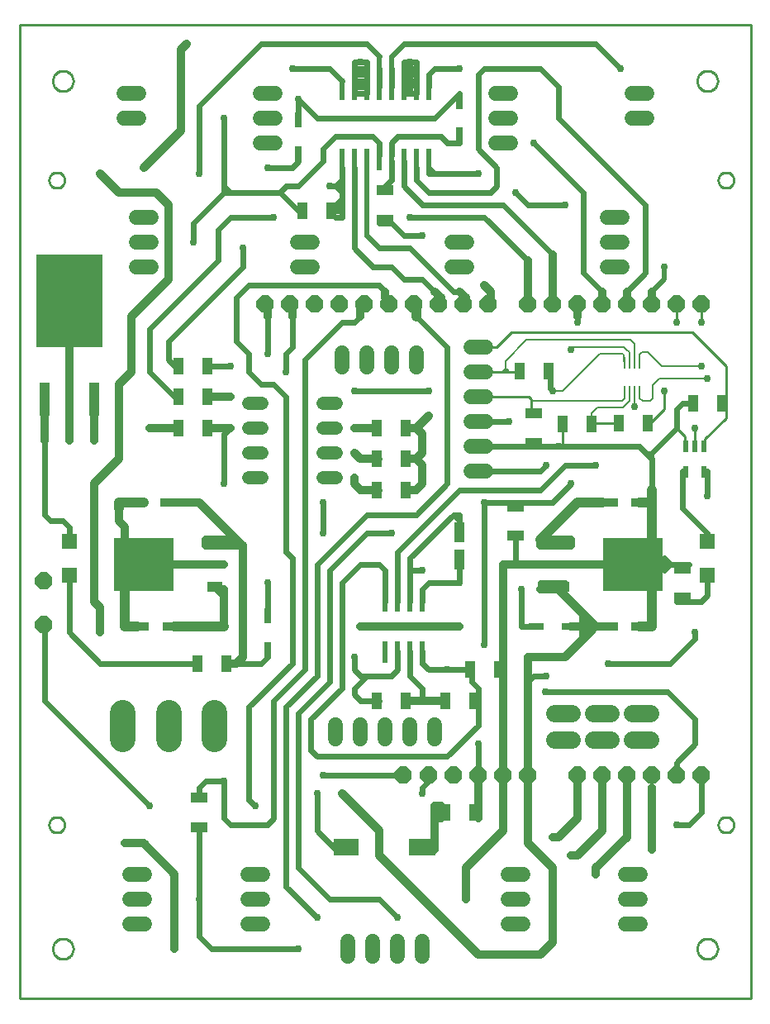
<source format=gbr>
G04 EAGLE Gerber RS-274X export*
G75*
%MOMM*%
%FSLAX34Y34*%
%LPD*%
%INTop Copper*%
%IPPOS*%
%AMOC8*
5,1,8,0,0,1.08239X$1,22.5*%
G01*
%ADD10P,1.924489X8X22.500000*%
%ADD11R,6.200000X5.400000*%
%ADD12R,1.600000X1.000000*%
%ADD13R,1.120000X1.800000*%
%ADD14R,1.800000X1.120000*%
%ADD15C,1.320800*%
%ADD16R,1.500000X1.500000*%
%ADD17R,1.000000X3.400000*%
%ADD18R,6.800000X9.600000*%
%ADD19R,1.600000X0.800000*%
%ADD20R,0.800000X1.600000*%
%ADD21R,0.600000X2.200000*%
%ADD22R,1.000000X2.000000*%
%ADD23R,0.550000X1.200000*%
%ADD24C,1.508000*%
%ADD25C,2.650000*%
%ADD26C,1.800000*%
%ADD27R,0.279400X1.270000*%
%ADD28R,2.500000X1.600000*%
%ADD29R,2.540000X1.651000*%
%ADD30R,0.100000X1.700000*%
%ADD31R,2.700000X0.100000*%
%ADD32R,2.600000X0.100000*%
%ADD33R,0.100000X1.800000*%
%ADD34R,2.800000X1.800000*%
%ADD35R,2.300000X0.900000*%
%ADD36C,0.756400*%
%ADD37C,0.609600*%
%ADD38C,0.812800*%
%ADD39C,0.508000*%
%ADD40C,0.254000*%
%ADD41C,1.016000*%
%ADD42C,0.203200*%
%ADD43C,0.406400*%
%ADD44C,0.200000*%
%ADD45C,0.254000*%


D10*
X520700Y711200D03*
X546100Y711200D03*
X571500Y711200D03*
X596900Y711200D03*
X622300Y711200D03*
X647700Y711200D03*
X480000Y711200D03*
X454600Y711200D03*
X429200Y711200D03*
X403800Y711200D03*
X378400Y711200D03*
X353000Y711200D03*
X327600Y711200D03*
X302200Y711200D03*
X276800Y711200D03*
X251400Y711200D03*
X673100Y711200D03*
X698500Y711200D03*
D11*
X127400Y444500D03*
D12*
X200400Y421700D03*
X200400Y467300D03*
D11*
X628250Y444500D03*
D12*
X555250Y467300D03*
X555250Y421700D03*
D13*
X395900Y584200D03*
X366100Y584200D03*
X395900Y552450D03*
X366100Y552450D03*
X395900Y520700D03*
X366100Y520700D03*
X192700Y647700D03*
X162900Y647700D03*
X192700Y615950D03*
X162900Y615950D03*
X192700Y584200D03*
X162900Y584200D03*
X586400Y588010D03*
X556600Y588010D03*
X613750Y589280D03*
X643550Y589280D03*
D14*
X679450Y410550D03*
X679450Y440350D03*
D13*
X435950Y190500D03*
X465750Y190500D03*
D15*
X247904Y609600D02*
X234696Y609600D01*
X234696Y584200D02*
X247904Y584200D01*
X310896Y584200D02*
X324104Y584200D01*
X324104Y609600D02*
X310896Y609600D01*
X247904Y558800D02*
X234696Y558800D01*
X234696Y533400D02*
X247904Y533400D01*
X310896Y558800D02*
X324104Y558800D01*
X324104Y533400D02*
X310896Y533400D01*
D13*
X211750Y342900D03*
X181950Y342900D03*
D14*
X184150Y205400D03*
X184150Y175600D03*
D16*
X50800Y468350D03*
X50800Y433350D03*
X704850Y433350D03*
X704850Y468350D03*
D17*
X25400Y613450D03*
X76200Y613450D03*
D18*
X50800Y714450D03*
D10*
X673100Y228600D03*
X698500Y228600D03*
D19*
X529100Y381000D03*
X563100Y381000D03*
D20*
X254000Y391650D03*
X254000Y357650D03*
D21*
X330200Y859350D03*
X342900Y859350D03*
X355600Y859350D03*
X368300Y859350D03*
X381000Y859350D03*
X393700Y859350D03*
X406400Y859350D03*
X419100Y859350D03*
X419100Y931350D03*
X406400Y931350D03*
X393700Y931350D03*
X381000Y931350D03*
X368300Y931350D03*
X355600Y931350D03*
X342900Y931350D03*
X330200Y931350D03*
D20*
X285750Y865650D03*
X285750Y899650D03*
X450850Y884700D03*
X450850Y918700D03*
D10*
X571500Y228600D03*
X596900Y228600D03*
X622300Y228600D03*
X647700Y228600D03*
X520700Y228600D03*
X495300Y228600D03*
X469900Y228600D03*
X444500Y228600D03*
X419100Y228600D03*
D14*
X374650Y827700D03*
X374650Y797900D03*
D13*
X319700Y806450D03*
X289900Y806450D03*
X465750Y304800D03*
X435950Y304800D03*
X395900Y304800D03*
X366100Y304800D03*
D22*
X450850Y449300D03*
X450850Y477800D03*
D23*
X701650Y565450D03*
X692150Y565450D03*
X682650Y565450D03*
X682650Y539450D03*
X701650Y539450D03*
D24*
X502840Y901700D02*
X487760Y901700D01*
X487760Y927100D02*
X502840Y927100D01*
X502840Y876300D02*
X487760Y876300D01*
X261540Y901700D02*
X246460Y901700D01*
X246460Y927100D02*
X261540Y927100D01*
X261540Y876300D02*
X246460Y876300D01*
X134540Y774700D02*
X119460Y774700D01*
X119460Y800100D02*
X134540Y800100D01*
X134540Y749300D02*
X119460Y749300D01*
X602060Y774700D02*
X617140Y774700D01*
X617140Y800100D02*
X602060Y800100D01*
X602060Y749300D02*
X617140Y749300D01*
X128190Y101600D02*
X113110Y101600D01*
X113110Y127000D02*
X128190Y127000D01*
X128190Y76200D02*
X113110Y76200D01*
X233760Y101600D02*
X248840Y101600D01*
X248840Y127000D02*
X233760Y127000D01*
X233760Y76200D02*
X248840Y76200D01*
X500460Y101600D02*
X515540Y101600D01*
X515540Y127000D02*
X500460Y127000D01*
X500460Y76200D02*
X515540Y76200D01*
X621110Y101600D02*
X636190Y101600D01*
X636190Y127000D02*
X621110Y127000D01*
X621110Y76200D02*
X636190Y76200D01*
X381000Y646510D02*
X381000Y661590D01*
X355600Y661590D02*
X355600Y646510D01*
X330200Y646510D02*
X330200Y661590D01*
X406400Y661590D02*
X406400Y646510D01*
X387350Y58340D02*
X387350Y43260D01*
X361950Y43260D02*
X361950Y58340D01*
X336550Y58340D02*
X336550Y43260D01*
X412750Y43260D02*
X412750Y58340D01*
X299640Y774700D02*
X284560Y774700D01*
X284560Y749300D02*
X299640Y749300D01*
X443310Y774700D02*
X458390Y774700D01*
X458390Y749300D02*
X443310Y749300D01*
X121840Y927100D02*
X106760Y927100D01*
X106760Y901700D02*
X121840Y901700D01*
X627460Y927100D02*
X642540Y927100D01*
X642540Y901700D02*
X627460Y901700D01*
X374650Y280590D02*
X374650Y265510D01*
X400050Y265510D02*
X400050Y280590D01*
X425450Y280590D02*
X425450Y265510D01*
X425450Y280590D01*
X349250Y280590D02*
X349250Y265510D01*
X323850Y265510D02*
X323850Y280590D01*
D25*
X152400Y292650D02*
X152400Y266150D01*
X105400Y266150D02*
X105400Y292650D01*
X199400Y292650D02*
X199400Y266150D01*
D26*
X587900Y292100D02*
X605900Y292100D01*
X627900Y292100D02*
X645900Y292100D01*
X605900Y265100D02*
X587900Y265100D01*
X565900Y265100D02*
X547900Y265100D01*
X627900Y265100D02*
X645900Y265100D01*
X565900Y292100D02*
X547900Y292100D01*
D14*
X527050Y569300D03*
X527050Y599100D03*
D13*
X541950Y642620D03*
X512150Y642620D03*
D21*
X412750Y407000D03*
X400050Y407000D03*
X387350Y407000D03*
X374650Y407000D03*
X374650Y355000D03*
X387350Y355000D03*
X400050Y355000D03*
X412750Y355000D03*
D13*
X689950Y609600D03*
X719750Y609600D03*
D14*
X508000Y503850D03*
X508000Y474050D03*
D13*
X461350Y336550D03*
X491150Y336550D03*
D24*
X477440Y666750D02*
X462360Y666750D01*
X462360Y615950D02*
X477440Y615950D01*
X477440Y641350D02*
X462360Y641350D01*
X462360Y590550D02*
X477440Y590550D01*
X477440Y539750D02*
X462360Y539750D01*
X462360Y565150D02*
X477440Y565150D01*
D27*
X635120Y650732D03*
X630040Y650732D03*
X624960Y650732D03*
X619880Y650732D03*
X619880Y621268D03*
X624960Y621268D03*
X630040Y621268D03*
X635120Y621268D03*
D28*
X335000Y154500D03*
D29*
X335049Y154564D03*
X412145Y154564D03*
D30*
X322000Y154000D03*
D31*
X335000Y146000D03*
D30*
X348000Y155000D03*
D32*
X334500Y163000D03*
D33*
X321000Y154500D03*
D34*
X412500Y154500D03*
D10*
X393000Y228500D03*
X25000Y382500D03*
X25000Y427500D03*
D35*
X602000Y381000D03*
X638000Y381000D03*
X602000Y508000D03*
X638000Y508000D03*
X155000Y508000D03*
X119000Y508000D03*
X157700Y381000D03*
X121700Y381000D03*
D36*
X476250Y730250D03*
D37*
X482600Y717550D02*
X482600Y711200D01*
D38*
X482600Y717550D02*
X482600Y723900D01*
X476250Y730250D01*
X647700Y215900D02*
X647700Y152400D01*
D36*
X647700Y152400D03*
D38*
X622300Y165100D02*
X622300Y222250D01*
X622300Y165100D02*
X590550Y133350D01*
X590550Y127000D01*
D36*
X590550Y127000D03*
D38*
X596900Y171450D02*
X596900Y228600D01*
X596900Y171450D02*
X571500Y146050D01*
X565150Y146050D01*
D36*
X565150Y146050D03*
D38*
X571500Y184150D02*
X571500Y222250D01*
X571500Y184150D02*
X552450Y165100D01*
X546100Y165100D01*
D36*
X546100Y165100D03*
D37*
X622300Y723900D02*
X641350Y742950D01*
X641350Y812800D01*
X552450Y901700D01*
X552450Y933450D01*
X533400Y952500D01*
X476250Y952500D02*
X469900Y946150D01*
X476250Y952500D02*
X533400Y952500D01*
D38*
X622300Y723900D02*
X622300Y711200D01*
D37*
X469900Y869950D02*
X469900Y946150D01*
X469900Y869950D02*
X488950Y850900D01*
X488950Y831850D01*
X482600Y825500D01*
X419100Y825500D01*
X406400Y838200D01*
X406400Y850900D01*
D36*
X450850Y952500D03*
D37*
X425450Y952500D01*
X419100Y946150D01*
X419100Y933450D01*
D36*
X615950Y952500D03*
D37*
X590550Y977900D01*
X393700Y977900D01*
X381000Y965200D01*
D39*
X381000Y952500D01*
X381000Y939800D01*
D37*
X381000Y933450D02*
X381000Y952500D01*
D36*
X184150Y844550D03*
D39*
X368300Y939800D02*
X368300Y952500D01*
X368300Y965200D01*
D37*
X355600Y977900D01*
X247650Y977900D01*
X184150Y914400D01*
X184150Y844550D01*
X368300Y933450D02*
X368300Y952500D01*
D36*
X279400Y952500D03*
D37*
X317500Y952500D02*
X330200Y939800D01*
X317500Y952500D02*
X279400Y952500D01*
D39*
X457200Y717550D02*
X457200Y711200D01*
D37*
X450850Y723900D02*
X444500Y723900D01*
X400050Y768350D01*
X368300Y768350D01*
X355600Y781050D01*
D39*
X355600Y857250D01*
D38*
X450850Y723900D02*
X457200Y717550D01*
D36*
X673100Y692150D03*
D40*
X673100Y704850D01*
D36*
X660400Y622300D03*
D40*
X660400Y603250D01*
X645160Y588010D01*
X641350Y588010D01*
D37*
X317500Y438150D02*
X317500Y323850D01*
X355600Y476250D02*
X381000Y476250D01*
X355600Y476250D02*
X317500Y438150D01*
D36*
X381000Y476250D03*
D37*
X317500Y323850D02*
X285750Y292100D01*
D36*
X387350Y82550D03*
D37*
X368300Y101600D01*
X317500Y101600D01*
X285750Y133350D02*
X285750Y292100D01*
X285750Y133350D02*
X317500Y101600D01*
X571500Y704850D02*
X571500Y711200D01*
D38*
X571500Y704850D02*
X571500Y698500D01*
D37*
X571500Y692150D01*
D36*
X571500Y692150D03*
D37*
X304800Y444500D02*
X304800Y330200D01*
X438150Y527050D02*
X438150Y666750D01*
X438150Y527050D02*
X406400Y495300D01*
X355600Y495300D01*
X304800Y444500D01*
D41*
X406400Y708660D02*
X403860Y711200D01*
X406400Y708660D02*
X406400Y698500D01*
D37*
X438150Y666750D01*
X273050Y298450D02*
X273050Y114300D01*
X304800Y82550D01*
D36*
X304800Y82550D03*
D37*
X273050Y298450D02*
X304800Y330200D01*
D36*
X50800Y571500D03*
D38*
X50800Y673100D01*
D36*
X254000Y425450D03*
D38*
X76200Y571500D02*
X76200Y609600D01*
D36*
X76200Y571500D03*
D38*
X203200Y419100D02*
X209550Y419100D01*
X203200Y419100D02*
X209550Y412750D01*
X209550Y419100D01*
D36*
X209550Y381000D03*
D38*
X209550Y412750D01*
D41*
X209550Y381000D02*
X158750Y381000D01*
D37*
X254000Y393700D02*
X254000Y425450D01*
D36*
X349250Y381000D03*
D38*
X565150Y463550D02*
X565150Y469900D01*
X565150Y463550D02*
X539750Y463550D01*
X533400Y463550D02*
X558800Y463550D01*
D41*
X571500Y508000D02*
X596900Y508000D01*
D38*
X558800Y469900D02*
X558800Y463550D01*
X558800Y469900D02*
X565150Y469900D01*
X558800Y469900D02*
X533400Y469900D01*
D41*
X571500Y508000D01*
D38*
X533400Y469900D02*
X533400Y463550D01*
X533400Y469900D02*
X539750Y463550D01*
D36*
X533400Y469900D03*
D37*
X527050Y381000D02*
X514350Y381000D01*
X514350Y419100D01*
D36*
X514350Y419100D03*
X450850Y381000D03*
D38*
X349250Y381000D01*
D36*
X660400Y749300D03*
D39*
X660400Y736600D01*
X647700Y723900D01*
X647700Y717550D02*
X647700Y711200D01*
D38*
X647700Y717550D02*
X647700Y723900D01*
D37*
X279400Y342900D02*
X234950Y298450D01*
X234950Y203200D01*
X241300Y196850D01*
D36*
X241300Y196850D03*
X304800Y209550D03*
D37*
X304800Y171450D01*
X273050Y615950D02*
X260350Y628650D01*
X247650Y628650D01*
X234950Y641350D01*
X234950Y660400D01*
X222250Y717550D02*
X234950Y730250D01*
X222250Y717550D02*
X222250Y673100D01*
X234950Y660400D01*
X374650Y717550D02*
X381000Y711200D01*
D38*
X374650Y717550D02*
X374650Y723900D01*
D37*
X368300Y730250D01*
X234950Y730250D01*
X273050Y615950D02*
X273050Y457200D01*
X279400Y450850D01*
X279400Y342900D01*
X304800Y171450D02*
X323850Y152400D01*
X323850Y158750D01*
D38*
X546100Y711200D02*
X546100Y762000D01*
D37*
X495300Y812800D01*
X412750Y812800D01*
X393700Y831850D01*
D39*
X393700Y850900D01*
D37*
X393700Y857250D02*
X393700Y831850D01*
D36*
X527050Y876300D03*
D37*
X577850Y742950D02*
X596900Y723900D01*
X577850Y742950D02*
X577850Y825500D01*
X527050Y876300D01*
D38*
X596900Y723900D02*
X596900Y711200D01*
D37*
X450850Y444500D02*
X450850Y425450D01*
X419100Y425450D01*
X412750Y419100D01*
X412750Y406400D01*
D38*
X495300Y444500D02*
X495300Y171450D01*
X457200Y133350D01*
X457200Y101600D01*
D36*
X457200Y101600D03*
X285750Y50800D03*
D37*
X196850Y50800D01*
X184150Y63500D01*
D36*
X184150Y101600D03*
D37*
X184150Y63500D01*
X184150Y88900D02*
X184150Y101600D01*
X184150Y171450D01*
D38*
X495300Y444500D02*
X508000Y444500D01*
X615950Y444500D01*
D36*
X311150Y508000D03*
D37*
X311150Y476250D01*
D36*
X311150Y476250D03*
X209550Y444500D03*
D38*
X152400Y444500D01*
D36*
X495300Y444500D03*
X450850Y425450D03*
D37*
X508000Y444500D02*
X508000Y469900D01*
D36*
X469900Y844550D03*
D37*
X425450Y844550D01*
X419100Y844550D01*
X419100Y850900D01*
X425450Y844550D01*
D36*
X412750Y781050D03*
D37*
X393700Y781050D01*
X381000Y793750D01*
X368300Y793750D01*
X184150Y342900D02*
X82550Y342900D01*
X50800Y374650D02*
X50800Y425450D01*
X50800Y374650D02*
X82550Y342900D01*
D36*
X419100Y622300D03*
X342900Y622300D03*
D37*
X419100Y622300D01*
D36*
X342900Y558800D03*
D37*
X361950Y552450D02*
X368300Y552450D01*
D38*
X361950Y552450D02*
X349250Y552450D01*
X342900Y558800D01*
D36*
X342900Y584200D03*
D38*
X361950Y584200D01*
D37*
X133350Y641350D02*
X133350Y685800D01*
X133350Y641350D02*
X158750Y615950D01*
X133350Y685800D02*
X203200Y755650D01*
X203200Y787400D01*
X215900Y800100D01*
X260350Y800100D01*
D36*
X260350Y800100D03*
X228600Y768350D03*
D37*
X152400Y673100D02*
X152400Y654050D01*
X228600Y749300D02*
X228600Y768350D01*
X228600Y749300D02*
X152400Y673100D01*
X152400Y654050D02*
X158750Y647700D01*
X361950Y520700D02*
X368300Y520700D01*
D36*
X342900Y533400D03*
D38*
X349250Y520700D02*
X361950Y520700D01*
X349250Y520700D02*
X342900Y527050D01*
X342900Y533400D01*
D36*
X209550Y527050D03*
D37*
X209550Y577850D01*
D36*
X215900Y584200D03*
D37*
X209550Y577850D01*
D38*
X215900Y584200D02*
X196850Y584200D01*
D37*
X279400Y666750D02*
X279400Y698500D01*
X279400Y666750D02*
X273050Y660400D01*
X273050Y641350D01*
D36*
X273050Y641350D03*
D38*
X279400Y698500D02*
X279400Y704850D01*
D37*
X254000Y698500D02*
X254000Y660400D01*
D36*
X254000Y660400D03*
D38*
X254000Y698500D02*
X254000Y704850D01*
D36*
X215900Y615950D03*
D38*
X196850Y615950D01*
D36*
X215900Y647700D03*
D37*
X196850Y647700D01*
D36*
X419100Y596900D03*
X184150Y508000D03*
D38*
X165100Y508000D01*
X190500Y469900D02*
X190500Y463550D01*
D37*
X190500Y469900D02*
X203200Y469900D01*
D38*
X190500Y469900D02*
X222250Y469900D01*
X184150Y508000D01*
D37*
X203200Y469900D02*
X203200Y463550D01*
D38*
X190500Y463550D01*
X203200Y463550D02*
X228600Y463550D01*
D36*
X133350Y584200D03*
D38*
X406400Y584200D02*
X419100Y596900D01*
X406400Y584200D02*
X400050Y584200D01*
X406400Y584200D02*
X412750Y577850D01*
X412750Y558800D01*
X406400Y552450D01*
X400050Y552450D01*
X406400Y552450D02*
X412750Y546100D01*
X412750Y527050D01*
X406400Y520700D01*
X400050Y520700D01*
X158750Y584200D02*
X133350Y584200D01*
X222250Y469900D02*
X228600Y463550D01*
X228600Y349250D01*
D37*
X215900Y342900D02*
X209550Y342900D01*
D38*
X222250Y342900D02*
X228600Y349250D01*
X222250Y342900D02*
X215900Y342900D01*
D37*
X222250Y342900D02*
X247650Y342900D01*
X254000Y349250D01*
X254000Y355600D01*
D41*
X120650Y381000D02*
X107950Y381000D01*
X107950Y425450D01*
D37*
X476250Y800100D02*
X520700Y755650D01*
X476250Y800100D02*
X400050Y800100D01*
D36*
X400050Y800100D03*
D38*
X520700Y755650D02*
X520700Y717550D01*
X82550Y400050D02*
X82550Y374650D01*
X82550Y400050D02*
X76200Y406400D01*
X76200Y527050D01*
X152400Y812800D02*
X139700Y825500D01*
X101600Y825500D01*
D36*
X82550Y844550D03*
D38*
X101600Y825500D01*
X152400Y812800D02*
X152400Y736600D01*
X114300Y698500D01*
X114300Y641350D01*
X101600Y628650D01*
X101600Y552450D02*
X76200Y527050D01*
X101600Y552450D02*
X101600Y628650D01*
D36*
X82550Y374650D03*
D37*
X425450Y723900D02*
X412750Y736600D01*
X393700Y736600D01*
X381000Y749300D01*
X361950Y749300D01*
X342900Y768350D01*
D39*
X342900Y850900D02*
X342900Y857250D01*
D38*
X425450Y723900D02*
X431800Y717550D01*
D37*
X342900Y768350D02*
X342900Y850900D01*
X209550Y184150D02*
X215900Y177800D01*
D36*
X209550Y222250D03*
D37*
X209550Y184150D01*
X215900Y177800D02*
X254000Y177800D01*
X342900Y692150D02*
X349250Y698500D01*
X342900Y692150D02*
X330200Y692150D01*
X292100Y654050D01*
X292100Y336550D02*
X260350Y304800D01*
X260350Y184150D01*
X254000Y177800D01*
D38*
X349250Y698500D02*
X349250Y704850D01*
D37*
X209550Y222250D02*
X190500Y222250D01*
X184150Y215900D01*
X184150Y209550D01*
X292100Y336550D02*
X292100Y654050D01*
D36*
X558800Y812800D03*
X508000Y825500D03*
D37*
X520700Y812800D02*
X558800Y812800D01*
X520700Y812800D02*
X508000Y825500D01*
D36*
X673100Y177800D03*
D37*
X685800Y177800D01*
X698500Y190500D01*
X698500Y222250D01*
X673100Y234950D02*
X673100Y241300D01*
X692150Y260350D01*
X692150Y285750D01*
X664210Y313690D01*
X538480Y313690D01*
D36*
X538480Y313690D03*
D37*
X419100Y234950D02*
X419100Y228600D01*
D38*
X577850Y368300D02*
X587375Y377825D01*
X577850Y368300D02*
X558800Y349250D01*
X520700Y349250D01*
X520700Y323850D01*
X520700Y158750D01*
X546100Y133350D01*
X546100Y76200D01*
D36*
X546100Y76200D03*
D38*
X565150Y381000D02*
X584200Y381000D01*
X587375Y377825D01*
X590550Y381000D02*
X577850Y393700D01*
X552450Y419100D01*
D37*
X558800Y419100D02*
X558800Y425450D01*
X533400Y425450D01*
D38*
X539750Y419100D02*
X552450Y419100D01*
D37*
X558800Y419100D02*
X539750Y419100D01*
D36*
X533400Y419100D03*
D37*
X533400Y425450D01*
D38*
X533400Y419100D02*
X539750Y419100D01*
X590550Y381000D02*
X596900Y381000D01*
X590550Y381000D02*
X584200Y381000D01*
X577850Y393700D02*
X577850Y368300D01*
X546100Y76200D02*
X546100Y57150D01*
X533400Y44450D01*
X469900Y44450D01*
X368300Y146050D01*
X368300Y171450D01*
X330200Y209550D01*
D36*
X330200Y209550D03*
X520700Y323850D03*
X539750Y330200D03*
D37*
X527050Y330200D01*
X520700Y323850D01*
D36*
X704850Y635000D03*
D38*
X127000Y158750D02*
X107950Y158750D01*
X127000Y158750D02*
X158750Y127000D01*
X158750Y50800D01*
D36*
X158750Y50800D03*
X107950Y158750D03*
D37*
X368300Y863600D02*
X368300Y876300D01*
X361950Y882650D01*
X323850Y882650D01*
X311150Y869950D01*
X311150Y857250D01*
X285750Y831850D01*
X273050Y831850D01*
D36*
X209550Y901700D03*
D37*
X209550Y831850D02*
X209550Y825500D01*
X209550Y831850D02*
X209550Y901700D01*
X209550Y825500D02*
X177800Y793750D01*
X177800Y774700D01*
D36*
X177800Y774700D03*
D37*
X215900Y825500D02*
X266700Y825500D01*
X285750Y806450D01*
X215900Y825500D02*
X209550Y831850D01*
X209550Y825500D02*
X215900Y825500D01*
X266700Y825500D02*
X273050Y831850D01*
X355600Y933450D02*
X355600Y939800D01*
X342900Y939800D02*
X342900Y933450D01*
X355600Y933450D01*
X355600Y927100D01*
X342900Y927100D01*
X342900Y933450D01*
X342900Y946150D02*
X342900Y952500D01*
X342900Y958850D01*
X355600Y958850D01*
X355600Y952500D01*
X355600Y946150D02*
X355600Y939800D01*
X342900Y939800D01*
X342900Y946150D01*
X349250Y946150D01*
X355600Y946150D01*
X355600Y952500D01*
X349250Y952500D01*
X342900Y952500D01*
X349250Y952500D02*
X349250Y946150D01*
X450850Y927100D02*
X450850Y920750D01*
X450850Y927100D02*
X425450Y901700D01*
X50800Y482600D02*
X50800Y469900D01*
X50800Y482600D02*
X44450Y488950D01*
X31750Y488950D01*
X25400Y495300D01*
D38*
X101600Y488950D02*
X107950Y482600D01*
X101600Y488950D02*
X101600Y501650D01*
X107950Y482600D02*
X107950Y463550D01*
D41*
X101600Y501650D02*
X101600Y508000D01*
D36*
X101600Y501650D03*
D38*
X25400Y571500D02*
X25400Y622300D01*
D36*
X25400Y571500D03*
X171450Y977900D03*
D38*
X165100Y971550D01*
X165100Y889000D01*
D36*
X127000Y850900D03*
D38*
X165100Y889000D01*
D41*
X127000Y508000D02*
X101600Y508000D01*
D37*
X25400Y495300D02*
X25400Y571500D01*
D36*
X285750Y920750D03*
D37*
X285750Y901700D01*
X304800Y901700D02*
X425450Y901700D01*
X304800Y901700D02*
X285750Y920750D01*
D36*
X349250Y958850D03*
D37*
X393700Y958850D02*
X393700Y952500D01*
X400050Y952500D01*
X406400Y952500D01*
X406400Y958850D01*
X406400Y952500D02*
X406400Y946150D01*
D36*
X400050Y958850D03*
D37*
X400050Y952500D01*
X400050Y958850D02*
X406400Y958850D01*
X400050Y958850D02*
X393700Y958850D01*
X393700Y946150D02*
X406400Y946150D01*
X393700Y946150D02*
X393700Y952500D01*
X393700Y946150D02*
X393700Y939800D01*
X400050Y939800D01*
X400050Y958850D01*
X400050Y939800D02*
X406400Y939800D01*
X406400Y946150D01*
X406400Y939800D02*
X406400Y933450D01*
X400050Y939800D01*
X400050Y933450D01*
X393700Y939800D01*
X393700Y933450D02*
X400050Y933450D01*
X400050Y927100D01*
X393700Y933450D01*
X393700Y927100D02*
X400050Y927100D01*
X406400Y927100D02*
X406400Y933450D01*
X406400Y927100D02*
X400050Y927100D01*
D38*
X425450Y184150D02*
X425450Y158750D01*
X425450Y184150D02*
X425450Y196850D01*
X431800Y196850D01*
X431800Y184150D01*
X425450Y184150D01*
X425450Y158750D02*
X425450Y152400D01*
X419100Y152400D01*
X419100Y158750D01*
X425450Y158750D01*
X469900Y184150D02*
X469900Y222250D01*
D36*
X469900Y260350D03*
D37*
X469900Y228600D01*
D40*
X504190Y681990D02*
X689610Y681990D01*
X723900Y647700D01*
X723900Y594360D01*
X702310Y572770D01*
X702310Y567690D01*
X504190Y681990D02*
X488950Y666750D01*
X478790Y666750D01*
D37*
X374650Y831850D02*
X381000Y838200D01*
X381000Y857250D01*
X285750Y857250D02*
X279400Y850900D01*
D36*
X254000Y850900D03*
D37*
X279400Y850900D01*
D36*
X317500Y831850D03*
D37*
X323850Y800100D02*
X330200Y800100D01*
X330200Y838200D02*
X330200Y850900D01*
X330200Y831850D02*
X330200Y825500D01*
X330200Y819150D01*
X330200Y812800D01*
X330200Y806450D02*
X323850Y806450D01*
X330200Y806450D02*
X330200Y812800D01*
X323850Y806450D01*
X317500Y806450D01*
X323850Y812800D01*
X330200Y819150D01*
X323850Y812800D02*
X317500Y812800D01*
X330200Y806450D02*
X330200Y800100D01*
X323850Y831850D02*
X317500Y831850D01*
X323850Y831850D02*
X330200Y831850D01*
X330200Y838200D01*
X323850Y831850D01*
X330200Y825500D01*
X438150Y876300D02*
X450850Y876300D01*
X438150Y876300D02*
X431800Y882650D01*
X387350Y882650D01*
X381000Y876300D01*
X381000Y863600D01*
X704850Y431800D02*
X704850Y412750D01*
X698500Y406400D01*
X673100Y406400D01*
X590550Y546100D02*
X558800Y546100D01*
D36*
X590550Y546100D03*
X692150Y584200D03*
D37*
X558800Y546100D02*
X533400Y520700D01*
X450850Y520700D01*
X387350Y457200D02*
X387350Y406400D01*
X387350Y457200D02*
X450850Y520700D01*
X666750Y444500D02*
X685800Y444500D01*
X666750Y444500D02*
X654050Y444500D01*
X660400Y450850D02*
X666750Y444500D01*
X660400Y450850D02*
X660400Y438150D01*
X666750Y444500D01*
X419100Y222250D02*
X412750Y215900D01*
D36*
X412750Y209550D03*
D37*
X412750Y215900D01*
X679450Y501650D02*
X679450Y539750D01*
X679450Y501650D02*
X704850Y476250D01*
X704850Y469900D01*
X368300Y304800D02*
X349250Y304800D01*
X400050Y450850D02*
X444500Y495300D01*
X450850Y495300D01*
X450850Y488950D01*
X450850Y482600D01*
X450850Y488950D02*
X444500Y495300D01*
X400050Y450850D02*
X400050Y438150D01*
X400050Y406400D01*
D36*
X412750Y438150D03*
D37*
X400050Y438150D01*
X342900Y317500D02*
X342900Y311150D01*
X342900Y317500D02*
X355600Y330200D01*
X381000Y330200D01*
X387350Y336550D01*
X387350Y355600D01*
X355600Y330200D02*
X349250Y330200D01*
X342900Y336550D01*
D36*
X342900Y349250D03*
D37*
X342900Y336550D01*
X342900Y311150D02*
X349250Y304800D01*
D36*
X698500Y692150D03*
D40*
X698500Y704850D01*
D36*
X698500Y647700D03*
D42*
X657860Y647700D01*
X643890Y661670D01*
X637540Y661670D01*
X635000Y659130D01*
X635000Y651510D01*
D37*
X469900Y279400D02*
X438150Y247650D01*
X304800Y247650D01*
X298450Y254000D01*
X298450Y285750D01*
X330200Y317500D01*
X330200Y425450D01*
X349250Y444500D01*
X368300Y444500D01*
X374650Y438150D01*
X374650Y406400D01*
X469900Y317500D02*
X469900Y279400D01*
X469900Y317500D02*
X463550Y323850D01*
D36*
X438150Y336550D03*
D37*
X463550Y336550D01*
X438150Y336550D02*
X419100Y336550D01*
X412750Y342900D01*
X412750Y355600D01*
X463550Y336550D02*
X463550Y323850D01*
D36*
X603250Y342900D03*
D37*
X666750Y342900D01*
X692150Y368300D01*
X692150Y374650D01*
D36*
X692150Y374650D03*
X539750Y546100D03*
D37*
X533400Y539750D01*
X482600Y539750D01*
D36*
X629920Y605790D03*
X565150Y664210D03*
D38*
X431800Y304800D02*
X412750Y304800D01*
X400050Y304800D01*
D37*
X412750Y304800D02*
X412750Y317500D01*
X400050Y330200D01*
X400050Y355600D01*
X704850Y514350D02*
X704850Y539750D01*
D36*
X704850Y514350D03*
X565150Y527050D03*
X501650Y590550D03*
D37*
X565150Y527050D02*
X546100Y508000D01*
D36*
X476250Y508000D03*
D37*
X546100Y508000D01*
X476250Y508000D02*
X476250Y361950D01*
D36*
X476250Y361950D03*
D37*
X476250Y590550D02*
X501650Y590550D01*
X387350Y228600D02*
X311150Y228600D01*
D36*
X311150Y228600D03*
X133350Y196850D03*
D37*
X25400Y304800D01*
X25400Y381000D01*
D40*
X483870Y641350D02*
X510540Y641350D01*
X588010Y589280D02*
X612140Y589280D01*
D42*
X629920Y654050D02*
X629920Y670560D01*
X626110Y674370D02*
X519430Y674370D01*
X497840Y652780D01*
X497840Y641350D01*
X626110Y674370D02*
X629920Y670560D01*
D40*
X524510Y613410D02*
X524510Y598170D01*
X524510Y613410D02*
X521970Y615950D01*
X476250Y615950D01*
X500380Y642620D02*
X499110Y643890D01*
X496570Y643890D01*
X495300Y642620D01*
X681990Y575310D02*
X681990Y566420D01*
D41*
X647700Y520700D02*
X647700Y514350D01*
X647700Y508000D01*
X647700Y444500D01*
X647700Y381000D01*
X647700Y444500D02*
X635000Y444500D01*
X635000Y508000D02*
X647700Y508000D01*
X647700Y381000D02*
X635000Y381000D01*
D37*
X647700Y552450D02*
X641350Y558800D01*
X647700Y552450D02*
X647700Y514350D01*
D43*
X647700Y552450D02*
X647700Y558800D01*
X641350Y558800D01*
D37*
X647700Y558800D02*
X673100Y584200D01*
X641350Y558800D02*
X635000Y565150D01*
X553720Y565150D01*
X552450Y565150D01*
X481330Y565150D01*
X673100Y584200D02*
X673100Y603250D01*
X679450Y609600D01*
X692150Y609600D01*
X543560Y624840D02*
X543560Y645160D01*
X543560Y624840D02*
X546100Y622300D01*
D36*
X546100Y622300D03*
X546100Y622300D03*
X552450Y565150D03*
D40*
X556260Y567690D02*
X556260Y584200D01*
X556260Y567690D02*
X553720Y565150D01*
X673100Y584200D02*
X681990Y575310D01*
X692150Y582930D02*
X692150Y567690D01*
D42*
X625000Y662000D02*
X622000Y665000D01*
X619500Y667500D01*
X568000Y667500D01*
X565000Y664500D01*
X565000Y663500D01*
X625100Y661900D02*
X625100Y655100D01*
X625100Y661900D02*
X625000Y662000D01*
X619500Y659000D02*
X619500Y652500D01*
X619500Y659000D02*
X618500Y660000D01*
X594500Y660000D01*
X556500Y622000D01*
X546000Y622000D01*
X635500Y620000D02*
X635500Y615000D01*
X638500Y612000D01*
X646000Y612000D01*
X648500Y614500D01*
X648500Y628000D01*
X655500Y635000D01*
X705500Y635000D01*
X630000Y617000D02*
X630000Y605500D01*
X625000Y612000D02*
X625000Y616500D01*
X625000Y612000D02*
X618500Y605500D01*
X592000Y605500D01*
X586000Y599500D01*
X586000Y589500D01*
X619000Y614000D02*
X619500Y614500D01*
X619000Y614000D02*
X617500Y612500D01*
X524500Y612500D01*
D44*
X619000Y614000D02*
X620000Y615000D01*
X620000Y617000D01*
D45*
X0Y0D02*
X749300Y0D01*
X749300Y996950D01*
X0Y996950D01*
X0Y0D01*
X731900Y177407D02*
X731823Y176625D01*
X731670Y175854D01*
X731441Y175102D01*
X731141Y174375D01*
X730770Y173682D01*
X730333Y173029D01*
X729835Y172421D01*
X729279Y171865D01*
X728671Y171367D01*
X728018Y170930D01*
X727325Y170559D01*
X726598Y170259D01*
X725846Y170030D01*
X725075Y169877D01*
X724293Y169800D01*
X723507Y169800D01*
X722725Y169877D01*
X721954Y170030D01*
X721202Y170259D01*
X720475Y170559D01*
X719782Y170930D01*
X719129Y171367D01*
X718521Y171865D01*
X717965Y172421D01*
X717467Y173029D01*
X717030Y173682D01*
X716659Y174375D01*
X716359Y175102D01*
X716130Y175854D01*
X715977Y176625D01*
X715900Y177407D01*
X715900Y178193D01*
X715977Y178975D01*
X716130Y179746D01*
X716359Y180498D01*
X716659Y181225D01*
X717030Y181918D01*
X717467Y182571D01*
X717965Y183179D01*
X718521Y183735D01*
X719129Y184233D01*
X719782Y184670D01*
X720475Y185041D01*
X721202Y185341D01*
X721954Y185570D01*
X722725Y185723D01*
X723507Y185800D01*
X724293Y185800D01*
X725075Y185723D01*
X725846Y185570D01*
X726598Y185341D01*
X727325Y185041D01*
X728018Y184670D01*
X728671Y184233D01*
X729279Y183735D01*
X729835Y183179D01*
X730333Y182571D01*
X730770Y181918D01*
X731141Y181225D01*
X731441Y180498D01*
X731670Y179746D01*
X731823Y178975D01*
X731900Y178193D01*
X731900Y177407D01*
X46100Y177407D02*
X46023Y176625D01*
X45870Y175854D01*
X45641Y175102D01*
X45341Y174375D01*
X44970Y173682D01*
X44533Y173029D01*
X44035Y172421D01*
X43479Y171865D01*
X42871Y171367D01*
X42218Y170930D01*
X41525Y170559D01*
X40798Y170259D01*
X40046Y170030D01*
X39275Y169877D01*
X38493Y169800D01*
X37707Y169800D01*
X36925Y169877D01*
X36154Y170030D01*
X35402Y170259D01*
X34675Y170559D01*
X33982Y170930D01*
X33329Y171367D01*
X32721Y171865D01*
X32165Y172421D01*
X31667Y173029D01*
X31230Y173682D01*
X30859Y174375D01*
X30559Y175102D01*
X30330Y175854D01*
X30177Y176625D01*
X30100Y177407D01*
X30100Y178193D01*
X30177Y178975D01*
X30330Y179746D01*
X30559Y180498D01*
X30859Y181225D01*
X31230Y181918D01*
X31667Y182571D01*
X32165Y183179D01*
X32721Y183735D01*
X33329Y184233D01*
X33982Y184670D01*
X34675Y185041D01*
X35402Y185341D01*
X36154Y185570D01*
X36925Y185723D01*
X37707Y185800D01*
X38493Y185800D01*
X39275Y185723D01*
X40046Y185570D01*
X40798Y185341D01*
X41525Y185041D01*
X42218Y184670D01*
X42871Y184233D01*
X43479Y183735D01*
X44035Y183179D01*
X44533Y182571D01*
X44970Y181918D01*
X45341Y181225D01*
X45641Y180498D01*
X45870Y179746D01*
X46023Y178975D01*
X46100Y178193D01*
X46100Y177407D01*
X46100Y837807D02*
X46023Y837025D01*
X45870Y836254D01*
X45641Y835502D01*
X45341Y834775D01*
X44970Y834082D01*
X44533Y833429D01*
X44035Y832821D01*
X43479Y832265D01*
X42871Y831767D01*
X42218Y831330D01*
X41525Y830959D01*
X40798Y830659D01*
X40046Y830430D01*
X39275Y830277D01*
X38493Y830200D01*
X37707Y830200D01*
X36925Y830277D01*
X36154Y830430D01*
X35402Y830659D01*
X34675Y830959D01*
X33982Y831330D01*
X33329Y831767D01*
X32721Y832265D01*
X32165Y832821D01*
X31667Y833429D01*
X31230Y834082D01*
X30859Y834775D01*
X30559Y835502D01*
X30330Y836254D01*
X30177Y837025D01*
X30100Y837807D01*
X30100Y838593D01*
X30177Y839375D01*
X30330Y840146D01*
X30559Y840898D01*
X30859Y841625D01*
X31230Y842318D01*
X31667Y842971D01*
X32165Y843579D01*
X32721Y844135D01*
X33329Y844633D01*
X33982Y845070D01*
X34675Y845441D01*
X35402Y845741D01*
X36154Y845970D01*
X36925Y846123D01*
X37707Y846200D01*
X38493Y846200D01*
X39275Y846123D01*
X40046Y845970D01*
X40798Y845741D01*
X41525Y845441D01*
X42218Y845070D01*
X42871Y844633D01*
X43479Y844135D01*
X44035Y843579D01*
X44533Y842971D01*
X44970Y842318D01*
X45341Y841625D01*
X45641Y840898D01*
X45870Y840146D01*
X46023Y839375D01*
X46100Y838593D01*
X46100Y837807D01*
X731900Y837807D02*
X731823Y837025D01*
X731670Y836254D01*
X731441Y835502D01*
X731141Y834775D01*
X730770Y834082D01*
X730333Y833429D01*
X729835Y832821D01*
X729279Y832265D01*
X728671Y831767D01*
X728018Y831330D01*
X727325Y830959D01*
X726598Y830659D01*
X725846Y830430D01*
X725075Y830277D01*
X724293Y830200D01*
X723507Y830200D01*
X722725Y830277D01*
X721954Y830430D01*
X721202Y830659D01*
X720475Y830959D01*
X719782Y831330D01*
X719129Y831767D01*
X718521Y832265D01*
X717965Y832821D01*
X717467Y833429D01*
X717030Y834082D01*
X716659Y834775D01*
X716359Y835502D01*
X716130Y836254D01*
X715977Y837025D01*
X715900Y837807D01*
X715900Y838593D01*
X715977Y839375D01*
X716130Y840146D01*
X716359Y840898D01*
X716659Y841625D01*
X717030Y842318D01*
X717467Y842971D01*
X717965Y843579D01*
X718521Y844135D01*
X719129Y844633D01*
X719782Y845070D01*
X720475Y845441D01*
X721202Y845741D01*
X721954Y845970D01*
X722725Y846123D01*
X723507Y846200D01*
X724293Y846200D01*
X725075Y846123D01*
X725846Y845970D01*
X726598Y845741D01*
X727325Y845441D01*
X728018Y845070D01*
X728671Y844633D01*
X729279Y844135D01*
X729835Y843579D01*
X730333Y842971D01*
X730770Y842318D01*
X731141Y841625D01*
X731441Y840898D01*
X731670Y840146D01*
X731823Y839375D01*
X731900Y838593D01*
X731900Y837807D01*
X54950Y939387D02*
X54885Y938565D01*
X54756Y937750D01*
X54564Y936948D01*
X54309Y936163D01*
X53993Y935401D01*
X53618Y934666D01*
X53187Y933962D01*
X52702Y933295D01*
X52166Y932667D01*
X51583Y932084D01*
X50956Y931548D01*
X50288Y931063D01*
X49584Y930632D01*
X48849Y930257D01*
X48087Y929941D01*
X47302Y929686D01*
X46500Y929494D01*
X45685Y929365D01*
X44863Y929300D01*
X44037Y929300D01*
X43215Y929365D01*
X42400Y929494D01*
X41598Y929686D01*
X40813Y929941D01*
X40051Y930257D01*
X39316Y930632D01*
X38612Y931063D01*
X37945Y931548D01*
X37317Y932084D01*
X36734Y932667D01*
X36198Y933295D01*
X35713Y933962D01*
X35282Y934666D01*
X34907Y935401D01*
X34591Y936163D01*
X34336Y936948D01*
X34144Y937750D01*
X34015Y938565D01*
X33950Y939387D01*
X33950Y940213D01*
X34015Y941035D01*
X34144Y941850D01*
X34336Y942652D01*
X34591Y943437D01*
X34907Y944199D01*
X35282Y944934D01*
X35713Y945638D01*
X36198Y946306D01*
X36734Y946933D01*
X37317Y947516D01*
X37945Y948052D01*
X38612Y948537D01*
X39316Y948968D01*
X40051Y949343D01*
X40813Y949659D01*
X41598Y949914D01*
X42400Y950106D01*
X43215Y950235D01*
X44037Y950300D01*
X44863Y950300D01*
X45685Y950235D01*
X46500Y950106D01*
X47302Y949914D01*
X48087Y949659D01*
X48849Y949343D01*
X49584Y948968D01*
X50288Y948537D01*
X50956Y948052D01*
X51583Y947516D01*
X52166Y946933D01*
X52702Y946306D01*
X53187Y945638D01*
X53618Y944934D01*
X53993Y944199D01*
X54309Y943437D01*
X54564Y942652D01*
X54756Y941850D01*
X54885Y941035D01*
X54950Y940213D01*
X54950Y939387D01*
X715350Y939387D02*
X715285Y938565D01*
X715156Y937750D01*
X714964Y936948D01*
X714709Y936163D01*
X714393Y935401D01*
X714018Y934666D01*
X713587Y933962D01*
X713102Y933295D01*
X712566Y932667D01*
X711983Y932084D01*
X711356Y931548D01*
X710688Y931063D01*
X709984Y930632D01*
X709249Y930257D01*
X708487Y929941D01*
X707702Y929686D01*
X706900Y929494D01*
X706085Y929365D01*
X705263Y929300D01*
X704437Y929300D01*
X703615Y929365D01*
X702800Y929494D01*
X701998Y929686D01*
X701213Y929941D01*
X700451Y930257D01*
X699716Y930632D01*
X699012Y931063D01*
X698345Y931548D01*
X697717Y932084D01*
X697134Y932667D01*
X696598Y933295D01*
X696113Y933962D01*
X695682Y934666D01*
X695307Y935401D01*
X694991Y936163D01*
X694736Y936948D01*
X694544Y937750D01*
X694415Y938565D01*
X694350Y939387D01*
X694350Y940213D01*
X694415Y941035D01*
X694544Y941850D01*
X694736Y942652D01*
X694991Y943437D01*
X695307Y944199D01*
X695682Y944934D01*
X696113Y945638D01*
X696598Y946306D01*
X697134Y946933D01*
X697717Y947516D01*
X698345Y948052D01*
X699012Y948537D01*
X699716Y948968D01*
X700451Y949343D01*
X701213Y949659D01*
X701998Y949914D01*
X702800Y950106D01*
X703615Y950235D01*
X704437Y950300D01*
X705263Y950300D01*
X706085Y950235D01*
X706900Y950106D01*
X707702Y949914D01*
X708487Y949659D01*
X709249Y949343D01*
X709984Y948968D01*
X710688Y948537D01*
X711356Y948052D01*
X711983Y947516D01*
X712566Y946933D01*
X713102Y946306D01*
X713587Y945638D01*
X714018Y944934D01*
X714393Y944199D01*
X714709Y943437D01*
X714964Y942652D01*
X715156Y941850D01*
X715285Y941035D01*
X715350Y940213D01*
X715350Y939387D01*
X54950Y50387D02*
X54885Y49565D01*
X54756Y48750D01*
X54564Y47948D01*
X54309Y47163D01*
X53993Y46401D01*
X53618Y45666D01*
X53187Y44962D01*
X52702Y44295D01*
X52166Y43667D01*
X51583Y43084D01*
X50956Y42548D01*
X50288Y42063D01*
X49584Y41632D01*
X48849Y41257D01*
X48087Y40941D01*
X47302Y40686D01*
X46500Y40494D01*
X45685Y40365D01*
X44863Y40300D01*
X44037Y40300D01*
X43215Y40365D01*
X42400Y40494D01*
X41598Y40686D01*
X40813Y40941D01*
X40051Y41257D01*
X39316Y41632D01*
X38612Y42063D01*
X37945Y42548D01*
X37317Y43084D01*
X36734Y43667D01*
X36198Y44295D01*
X35713Y44962D01*
X35282Y45666D01*
X34907Y46401D01*
X34591Y47163D01*
X34336Y47948D01*
X34144Y48750D01*
X34015Y49565D01*
X33950Y50387D01*
X33950Y51213D01*
X34015Y52035D01*
X34144Y52850D01*
X34336Y53652D01*
X34591Y54437D01*
X34907Y55199D01*
X35282Y55934D01*
X35713Y56638D01*
X36198Y57306D01*
X36734Y57933D01*
X37317Y58516D01*
X37945Y59052D01*
X38612Y59537D01*
X39316Y59968D01*
X40051Y60343D01*
X40813Y60659D01*
X41598Y60914D01*
X42400Y61106D01*
X43215Y61235D01*
X44037Y61300D01*
X44863Y61300D01*
X45685Y61235D01*
X46500Y61106D01*
X47302Y60914D01*
X48087Y60659D01*
X48849Y60343D01*
X49584Y59968D01*
X50288Y59537D01*
X50956Y59052D01*
X51583Y58516D01*
X52166Y57933D01*
X52702Y57306D01*
X53187Y56638D01*
X53618Y55934D01*
X53993Y55199D01*
X54309Y54437D01*
X54564Y53652D01*
X54756Y52850D01*
X54885Y52035D01*
X54950Y51213D01*
X54950Y50387D01*
X715350Y50387D02*
X715285Y49565D01*
X715156Y48750D01*
X714964Y47948D01*
X714709Y47163D01*
X714393Y46401D01*
X714018Y45666D01*
X713587Y44962D01*
X713102Y44295D01*
X712566Y43667D01*
X711983Y43084D01*
X711356Y42548D01*
X710688Y42063D01*
X709984Y41632D01*
X709249Y41257D01*
X708487Y40941D01*
X707702Y40686D01*
X706900Y40494D01*
X706085Y40365D01*
X705263Y40300D01*
X704437Y40300D01*
X703615Y40365D01*
X702800Y40494D01*
X701998Y40686D01*
X701213Y40941D01*
X700451Y41257D01*
X699716Y41632D01*
X699012Y42063D01*
X698345Y42548D01*
X697717Y43084D01*
X697134Y43667D01*
X696598Y44295D01*
X696113Y44962D01*
X695682Y45666D01*
X695307Y46401D01*
X694991Y47163D01*
X694736Y47948D01*
X694544Y48750D01*
X694415Y49565D01*
X694350Y50387D01*
X694350Y51213D01*
X694415Y52035D01*
X694544Y52850D01*
X694736Y53652D01*
X694991Y54437D01*
X695307Y55199D01*
X695682Y55934D01*
X696113Y56638D01*
X696598Y57306D01*
X697134Y57933D01*
X697717Y58516D01*
X698345Y59052D01*
X699012Y59537D01*
X699716Y59968D01*
X700451Y60343D01*
X701213Y60659D01*
X701998Y60914D01*
X702800Y61106D01*
X703615Y61235D01*
X704437Y61300D01*
X705263Y61300D01*
X706085Y61235D01*
X706900Y61106D01*
X707702Y60914D01*
X708487Y60659D01*
X709249Y60343D01*
X709984Y59968D01*
X710688Y59537D01*
X711356Y59052D01*
X711983Y58516D01*
X712566Y57933D01*
X713102Y57306D01*
X713587Y56638D01*
X714018Y55934D01*
X714393Y55199D01*
X714709Y54437D01*
X714964Y53652D01*
X715156Y52850D01*
X715285Y52035D01*
X715350Y51213D01*
X715350Y50387D01*
M02*

</source>
